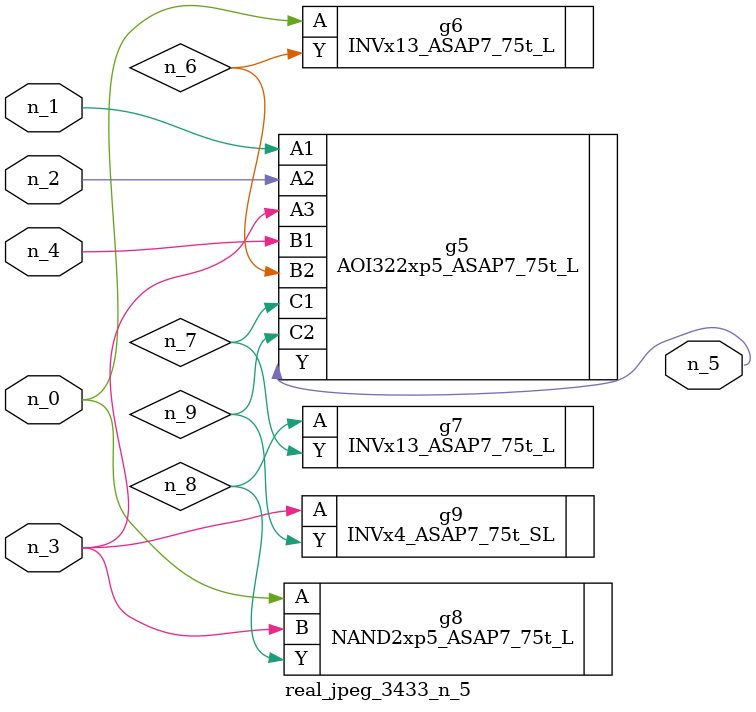
<source format=v>
module real_jpeg_3433_n_5 (n_4, n_0, n_1, n_2, n_3, n_5);

input n_4;
input n_0;
input n_1;
input n_2;
input n_3;

output n_5;

wire n_8;
wire n_6;
wire n_7;
wire n_9;

INVx13_ASAP7_75t_L g6 ( 
.A(n_0),
.Y(n_6)
);

NAND2xp5_ASAP7_75t_L g8 ( 
.A(n_0),
.B(n_3),
.Y(n_8)
);

AOI322xp5_ASAP7_75t_L g5 ( 
.A1(n_1),
.A2(n_2),
.A3(n_3),
.B1(n_4),
.B2(n_6),
.C1(n_7),
.C2(n_9),
.Y(n_5)
);

INVx4_ASAP7_75t_SL g9 ( 
.A(n_3),
.Y(n_9)
);

INVx13_ASAP7_75t_L g7 ( 
.A(n_8),
.Y(n_7)
);


endmodule
</source>
